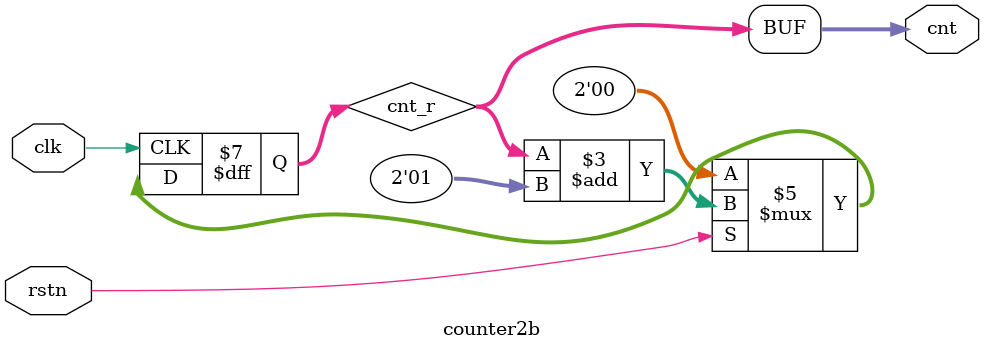
<source format=v>

module counter2b(
	input  wire clk,			// input 48 Hz clock
	input  wire rstn,			// reset
	output wire [1:0]cnt		// output count
);

reg [1:0] cnt_r;

assign cnt = cnt_r[1:0];

always @(posedge clk)
begin
	if (!rstn)
		cnt_r <= 0;
	else
		cnt_r <= cnt_r + 2'b01;
end

endmodule	// counter2b


</source>
